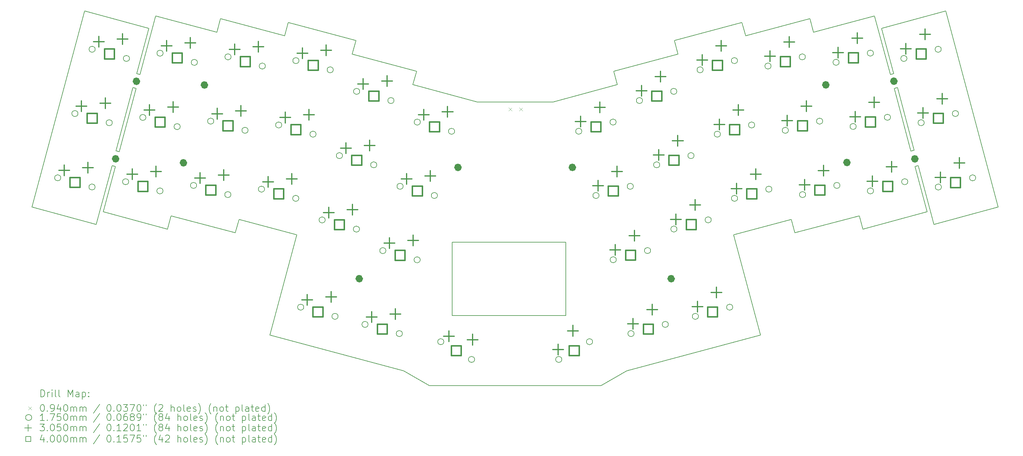
<source format=gbr>
%TF.GenerationSoftware,KiCad,Pcbnew,(6.0.8-1)-1*%
%TF.CreationDate,2022-11-12T18:35:00-05:00*%
%TF.ProjectId,ergo3by6plus3nonSplit,6572676f-3362-4793-9670-6c7573336e6f,rev?*%
%TF.SameCoordinates,Original*%
%TF.FileFunction,Drillmap*%
%TF.FilePolarity,Positive*%
%FSLAX45Y45*%
G04 Gerber Fmt 4.5, Leading zero omitted, Abs format (unit mm)*
G04 Created by KiCad (PCBNEW (6.0.8-1)-1) date 2022-11-12 18:35:00*
%MOMM*%
%LPD*%
G01*
G04 APERTURE LIST*
%ADD10C,0.200000*%
%ADD11C,1.075000*%
%ADD12C,0.093980*%
%ADD13C,0.175000*%
%ADD14C,0.305000*%
%ADD15C,0.400000*%
G04 APERTURE END LIST*
D10*
X2796612Y-11445172D02*
X957957Y-10952504D01*
X4047000Y-7159726D02*
X3953010Y-7134782D01*
D11*
X5342750Y-9684000D02*
G75*
G03*
X5342750Y-9684000I-53750J0D01*
G01*
X5942750Y-7456000D02*
G75*
G03*
X5942750Y-7456000I-53750J0D01*
G01*
X24324750Y-9675000D02*
G75*
G03*
X24324750Y-9675000I-53750J0D01*
G01*
X23721750Y-7453000D02*
G75*
G03*
X23721750Y-7453000I-53750J0D01*
G01*
D10*
X12976000Y-11954000D02*
X16227000Y-11954000D01*
X16227000Y-11954000D02*
X16227000Y-14055000D01*
X16227000Y-14055000D02*
X12976000Y-14055000D01*
X12976000Y-14055000D02*
X12976000Y-11954000D01*
X12322000Y-16062000D02*
X14172110Y-16062000D01*
X17239000Y-16062000D02*
X17975069Y-15640725D01*
X25608156Y-7134782D02*
X25514166Y-7159726D01*
X26196985Y-9323441D02*
X26103893Y-9348385D01*
X25623686Y-7556240D01*
X25716779Y-7531296D01*
X26196985Y-9323441D01*
X26220587Y-9787440D02*
X26313679Y-9762496D01*
X25514166Y-7159726D02*
X25064189Y-5477049D01*
X26313679Y-9762496D02*
X26764554Y-11445172D01*
X26569059Y-11088360D02*
X26220587Y-9787440D01*
X25608156Y-7134782D02*
X25259382Y-5833525D01*
X4496977Y-5477049D02*
X4047000Y-7159726D01*
X4301784Y-5833525D02*
X3953010Y-7134782D01*
X3937480Y-7556240D02*
X3452413Y-9366522D01*
X3359321Y-9341578D01*
X3844387Y-7531296D01*
X3937480Y-7556240D01*
X3340579Y-9787440D02*
X2992107Y-11088360D01*
X3247487Y-9762496D02*
X3340579Y-9787440D01*
X2796612Y-11445172D02*
X3247487Y-9762496D01*
D11*
X16470750Y-9815000D02*
G75*
G03*
X16470750Y-9815000I-53750J0D01*
G01*
D10*
X10223167Y-6182741D02*
X10119639Y-6569111D01*
X11856200Y-7448532D02*
X13696289Y-7941582D01*
X4832196Y-11581410D02*
X2992107Y-11088360D01*
X15864877Y-7941582D02*
X13696289Y-7941582D01*
X17601438Y-7062162D02*
X19441527Y-6569111D01*
X24728970Y-11581410D02*
X26569059Y-11088360D01*
X22785354Y-11688090D02*
X22681826Y-11301720D01*
X7761614Y-14615958D02*
X8531073Y-11744300D01*
D11*
X25669750Y-7347000D02*
G75*
G03*
X25669750Y-7347000I-53750J0D01*
G01*
D10*
X4832196Y-11581410D02*
X4934494Y-11199628D01*
D11*
X26268750Y-9572000D02*
G75*
G03*
X26268750Y-9572000I-53750J0D01*
G01*
D10*
X8291315Y-5665103D02*
X10223167Y-6182741D01*
X2461696Y-5340475D02*
X4301784Y-5833525D01*
D11*
X3997750Y-7350000D02*
G75*
G03*
X3997750Y-7350000I-53750J0D01*
G01*
D10*
X25064189Y-5477049D02*
X23316995Y-5944793D01*
X23213467Y-5558423D02*
X23316995Y-5944793D01*
X11959728Y-7062162D02*
X11856200Y-7448532D01*
X21799552Y-14615958D02*
X17975069Y-15640725D01*
X4934494Y-11199628D02*
X6775812Y-11688090D01*
D11*
X3402750Y-9570000D02*
G75*
G03*
X3402750Y-9570000I-53750J0D01*
G01*
D10*
X17601438Y-7062162D02*
X17704966Y-7448532D01*
X28603209Y-10952504D02*
X27099470Y-5340475D01*
X21269851Y-5665103D02*
X19337999Y-6182741D01*
X6775812Y-11688090D02*
X6879339Y-11301720D01*
X23213467Y-5558423D02*
X21373378Y-6051473D01*
X11959728Y-7062162D02*
X10119639Y-6569111D01*
D11*
X19296750Y-13002000D02*
G75*
G03*
X19296750Y-13002000I-53750J0D01*
G01*
D10*
X6347699Y-5558423D02*
X8187788Y-6051473D01*
X957957Y-10952504D02*
X2461696Y-5340475D01*
X26764554Y-11445172D02*
X28603209Y-10952504D01*
X14172110Y-16062000D02*
X17239000Y-16062000D01*
X21799552Y-14615958D02*
X21030093Y-11744300D01*
D11*
X10372750Y-13002000D02*
G75*
G03*
X10372750Y-13002000I-53750J0D01*
G01*
D10*
X24728970Y-11581410D02*
X24626672Y-11199628D01*
X8291315Y-5665103D02*
X8187788Y-6051473D01*
D11*
X13197750Y-9816000D02*
G75*
G03*
X13197750Y-9816000I-53750J0D01*
G01*
D10*
X21269851Y-5665103D02*
X21373378Y-6051473D01*
X11586097Y-15640725D02*
X12322000Y-16062000D01*
X21030093Y-11744300D02*
X22681826Y-11301720D01*
X19337999Y-6182741D02*
X19441527Y-6569111D01*
X27099470Y-5340475D02*
X25259382Y-5833525D01*
X7761614Y-14615958D02*
X11586097Y-15640725D01*
X4496977Y-5477049D02*
X6244171Y-5944793D01*
X24626672Y-11199628D02*
X22785354Y-11688090D01*
X8531073Y-11744300D02*
X6879339Y-11301720D01*
X6347699Y-5558423D02*
X6244171Y-5944793D01*
X17704966Y-7448532D02*
X15864877Y-7941582D01*
D12*
X14596010Y-8101200D02*
X14689990Y-8195180D01*
X14689990Y-8101200D02*
X14596010Y-8195180D01*
X14896010Y-8101200D02*
X14989990Y-8195180D01*
X14989990Y-8101200D02*
X14896010Y-8195180D01*
D13*
X1779310Y-10113520D02*
G75*
G03*
X1779310Y-10113520I-87500J0D01*
G01*
X2271810Y-8273520D02*
G75*
G03*
X2271810Y-8273520I-87500J0D01*
G01*
X2760690Y-10376480D02*
G75*
G03*
X2760690Y-10376480I-87500J0D01*
G01*
X2764107Y-6433416D02*
G75*
G03*
X2764107Y-6433416I-87500J0D01*
G01*
X3253190Y-8536480D02*
G75*
G03*
X3253190Y-8536480I-87500J0D01*
G01*
X3722810Y-10225520D02*
G75*
G03*
X3722810Y-10225520I-87500J0D01*
G01*
X3745487Y-6696376D02*
G75*
G03*
X3745487Y-6696376I-87500J0D01*
G01*
X4215087Y-8385475D02*
G75*
G03*
X4215087Y-8385475I-87500J0D01*
G01*
X4704190Y-10488480D02*
G75*
G03*
X4704190Y-10488480I-87500J0D01*
G01*
X4706810Y-6546020D02*
G75*
G03*
X4706810Y-6546020I-87500J0D01*
G01*
X5196468Y-8648435D02*
G75*
G03*
X5196468Y-8648435I-87500J0D01*
G01*
X5665810Y-10331520D02*
G75*
G03*
X5665810Y-10331520I-87500J0D01*
G01*
X5688190Y-6808980D02*
G75*
G03*
X5688190Y-6808980I-87500J0D01*
G01*
X6156810Y-8491020D02*
G75*
G03*
X6156810Y-8491020I-87500J0D01*
G01*
X6647190Y-10594480D02*
G75*
G03*
X6647190Y-10594480I-87500J0D01*
G01*
X6651810Y-6651020D02*
G75*
G03*
X6651810Y-6651020I-87500J0D01*
G01*
X7138190Y-8753980D02*
G75*
G03*
X7138190Y-8753980I-87500J0D01*
G01*
X7609310Y-10438520D02*
G75*
G03*
X7609310Y-10438520I-87500J0D01*
G01*
X7633190Y-6913980D02*
G75*
G03*
X7633190Y-6913980I-87500J0D01*
G01*
X8101810Y-8601020D02*
G75*
G03*
X8101810Y-8601020I-87500J0D01*
G01*
X8590690Y-10701480D02*
G75*
G03*
X8590690Y-10701480I-87500J0D01*
G01*
X8594310Y-6758520D02*
G75*
G03*
X8594310Y-6758520I-87500J0D01*
G01*
X8731810Y-13817520D02*
G75*
G03*
X8731810Y-13817520I-87500J0D01*
G01*
X9083190Y-8863980D02*
G75*
G03*
X9083190Y-8863980I-87500J0D01*
G01*
X9344810Y-11319520D02*
G75*
G03*
X9344810Y-11319520I-87500J0D01*
G01*
X9575690Y-7021480D02*
G75*
G03*
X9575690Y-7021480I-87500J0D01*
G01*
X9713190Y-14080480D02*
G75*
G03*
X9713190Y-14080480I-87500J0D01*
G01*
X9839310Y-9478520D02*
G75*
G03*
X9839310Y-9478520I-87500J0D01*
G01*
X10326190Y-11582480D02*
G75*
G03*
X10326190Y-11582480I-87500J0D01*
G01*
X10331810Y-7638520D02*
G75*
G03*
X10331810Y-7638520I-87500J0D01*
G01*
X10571810Y-14311020D02*
G75*
G03*
X10571810Y-14311020I-87500J0D01*
G01*
X10820690Y-9741480D02*
G75*
G03*
X10820690Y-9741480I-87500J0D01*
G01*
X11081810Y-12198520D02*
G75*
G03*
X11081810Y-12198520I-87500J0D01*
G01*
X11313190Y-7901480D02*
G75*
G03*
X11313190Y-7901480I-87500J0D01*
G01*
X11553190Y-14573980D02*
G75*
G03*
X11553190Y-14573980I-87500J0D01*
G01*
X11574810Y-10357520D02*
G75*
G03*
X11574810Y-10357520I-87500J0D01*
G01*
X12063190Y-12461480D02*
G75*
G03*
X12063190Y-12461480I-87500J0D01*
G01*
X12066810Y-8518520D02*
G75*
G03*
X12066810Y-8518520I-87500J0D01*
G01*
X12556190Y-10620480D02*
G75*
G03*
X12556190Y-10620480I-87500J0D01*
G01*
X12739559Y-14806000D02*
G75*
G03*
X12739559Y-14806000I-87500J0D01*
G01*
X13048190Y-8781480D02*
G75*
G03*
X13048190Y-8781480I-87500J0D01*
G01*
X13619441Y-15314000D02*
G75*
G03*
X13619441Y-15314000I-87500J0D01*
G01*
X16115559Y-15314000D02*
G75*
G03*
X16115559Y-15314000I-87500J0D01*
G01*
X16686810Y-8780480D02*
G75*
G03*
X16686810Y-8780480I-87500J0D01*
G01*
X16995441Y-14806000D02*
G75*
G03*
X16995441Y-14806000I-87500J0D01*
G01*
X17179810Y-10620480D02*
G75*
G03*
X17179810Y-10620480I-87500J0D01*
G01*
X17668190Y-8517520D02*
G75*
G03*
X17668190Y-8517520I-87500J0D01*
G01*
X17673810Y-12459480D02*
G75*
G03*
X17673810Y-12459480I-87500J0D01*
G01*
X18161190Y-10357520D02*
G75*
G03*
X18161190Y-10357520I-87500J0D01*
G01*
X18181810Y-14573480D02*
G75*
G03*
X18181810Y-14573480I-87500J0D01*
G01*
X18423810Y-7901480D02*
G75*
G03*
X18423810Y-7901480I-87500J0D01*
G01*
X18655190Y-12196520D02*
G75*
G03*
X18655190Y-12196520I-87500J0D01*
G01*
X18916810Y-9741480D02*
G75*
G03*
X18916810Y-9741480I-87500J0D01*
G01*
X19163190Y-14310520D02*
G75*
G03*
X19163190Y-14310520I-87500J0D01*
G01*
X19405190Y-7638520D02*
G75*
G03*
X19405190Y-7638520I-87500J0D01*
G01*
X19409310Y-11580480D02*
G75*
G03*
X19409310Y-11580480I-87500J0D01*
G01*
X19898190Y-9478520D02*
G75*
G03*
X19898190Y-9478520I-87500J0D01*
G01*
X20023810Y-14080480D02*
G75*
G03*
X20023810Y-14080480I-87500J0D01*
G01*
X20159310Y-7021480D02*
G75*
G03*
X20159310Y-7021480I-87500J0D01*
G01*
X20390690Y-11317520D02*
G75*
G03*
X20390690Y-11317520I-87500J0D01*
G01*
X20651810Y-8863980D02*
G75*
G03*
X20651810Y-8863980I-87500J0D01*
G01*
X21005190Y-13817520D02*
G75*
G03*
X21005190Y-13817520I-87500J0D01*
G01*
X21140690Y-6758520D02*
G75*
G03*
X21140690Y-6758520I-87500J0D01*
G01*
X21144310Y-10701480D02*
G75*
G03*
X21144310Y-10701480I-87500J0D01*
G01*
X21633190Y-8601020D02*
G75*
G03*
X21633190Y-8601020I-87500J0D01*
G01*
X22101810Y-6913980D02*
G75*
G03*
X22101810Y-6913980I-87500J0D01*
G01*
X22125690Y-10438520D02*
G75*
G03*
X22125690Y-10438520I-87500J0D01*
G01*
X22596810Y-8753980D02*
G75*
G03*
X22596810Y-8753980I-87500J0D01*
G01*
X23083190Y-6651020D02*
G75*
G03*
X23083190Y-6651020I-87500J0D01*
G01*
X23090810Y-10594480D02*
G75*
G03*
X23090810Y-10594480I-87500J0D01*
G01*
X23578190Y-8491020D02*
G75*
G03*
X23578190Y-8491020I-87500J0D01*
G01*
X24049310Y-6806480D02*
G75*
G03*
X24049310Y-6806480I-87500J0D01*
G01*
X24072190Y-10331520D02*
G75*
G03*
X24072190Y-10331520I-87500J0D01*
G01*
X24536810Y-8643980D02*
G75*
G03*
X24536810Y-8643980I-87500J0D01*
G01*
X25030690Y-6543520D02*
G75*
G03*
X25030690Y-6543520I-87500J0D01*
G01*
X25032810Y-10488480D02*
G75*
G03*
X25032810Y-10488480I-87500J0D01*
G01*
X25518190Y-8381020D02*
G75*
G03*
X25518190Y-8381020I-87500J0D01*
G01*
X25989310Y-6696480D02*
G75*
G03*
X25989310Y-6696480I-87500J0D01*
G01*
X26014190Y-10225520D02*
G75*
G03*
X26014190Y-10225520I-87500J0D01*
G01*
X26482810Y-8536480D02*
G75*
G03*
X26482810Y-8536480I-87500J0D01*
G01*
X26970690Y-6433520D02*
G75*
G03*
X26970690Y-6433520I-87500J0D01*
G01*
X26974810Y-10377480D02*
G75*
G03*
X26974810Y-10377480I-87500J0D01*
G01*
X27464190Y-8273520D02*
G75*
G03*
X27464190Y-8273520I-87500J0D01*
G01*
X27956190Y-10114520D02*
G75*
G03*
X27956190Y-10114520I-87500J0D01*
G01*
D14*
X1880222Y-9748545D02*
X1880222Y-10053545D01*
X1727722Y-9901045D02*
X2032722Y-9901045D01*
X2372722Y-7908545D02*
X2372722Y-8213545D01*
X2220222Y-8061045D02*
X2525222Y-8061045D01*
X2559325Y-9667550D02*
X2559325Y-9972550D01*
X2406825Y-9820050D02*
X2711825Y-9820050D01*
X2865019Y-6068441D02*
X2865019Y-6373441D01*
X2712519Y-6220941D02*
X3017519Y-6220941D01*
X3051825Y-7827550D02*
X3051825Y-8132550D01*
X2899325Y-7980050D02*
X3204325Y-7980050D01*
X3544122Y-5987446D02*
X3544122Y-6292446D01*
X3391622Y-6139946D02*
X3696622Y-6139946D01*
X3823722Y-9860545D02*
X3823722Y-10165545D01*
X3671222Y-10013045D02*
X3976222Y-10013045D01*
X4316000Y-8020500D02*
X4316000Y-8325500D01*
X4163500Y-8173000D02*
X4468500Y-8173000D01*
X4502825Y-9779550D02*
X4502825Y-10084550D01*
X4350325Y-9932050D02*
X4655325Y-9932050D01*
X4807722Y-6181045D02*
X4807722Y-6486045D01*
X4655222Y-6333545D02*
X4960222Y-6333545D01*
X4995103Y-7939505D02*
X4995103Y-8244505D01*
X4842603Y-8092005D02*
X5147603Y-8092005D01*
X5486825Y-6100050D02*
X5486825Y-6405050D01*
X5334325Y-6252550D02*
X5639325Y-6252550D01*
X5766722Y-9966545D02*
X5766722Y-10271545D01*
X5614222Y-10119045D02*
X5919222Y-10119045D01*
X6257722Y-8126045D02*
X6257722Y-8431045D01*
X6105222Y-8278545D02*
X6410222Y-8278545D01*
X6445825Y-9885550D02*
X6445825Y-10190550D01*
X6293325Y-10038050D02*
X6598325Y-10038050D01*
X6752722Y-6286045D02*
X6752722Y-6591045D01*
X6600222Y-6438545D02*
X6905222Y-6438545D01*
X6936825Y-8045050D02*
X6936825Y-8350050D01*
X6784325Y-8197550D02*
X7089325Y-8197550D01*
X7431825Y-6205050D02*
X7431825Y-6510050D01*
X7279325Y-6357550D02*
X7584325Y-6357550D01*
X7710222Y-10073545D02*
X7710222Y-10378545D01*
X7557722Y-10226045D02*
X7862722Y-10226045D01*
X8202722Y-8236045D02*
X8202722Y-8541045D01*
X8050222Y-8388545D02*
X8355222Y-8388545D01*
X8389325Y-9992550D02*
X8389325Y-10297550D01*
X8236825Y-10145050D02*
X8541825Y-10145050D01*
X8695222Y-6393545D02*
X8695222Y-6698545D01*
X8542722Y-6546045D02*
X8847722Y-6546045D01*
X8832722Y-13452545D02*
X8832722Y-13757545D01*
X8680222Y-13605045D02*
X8985222Y-13605045D01*
X8881825Y-8155050D02*
X8881825Y-8460050D01*
X8729325Y-8307550D02*
X9034325Y-8307550D01*
X9374325Y-6312550D02*
X9374325Y-6617550D01*
X9221825Y-6465050D02*
X9526825Y-6465050D01*
X9445722Y-10954545D02*
X9445722Y-11259545D01*
X9293222Y-11107045D02*
X9598222Y-11107045D01*
X9511825Y-13371550D02*
X9511825Y-13676550D01*
X9359325Y-13524050D02*
X9664325Y-13524050D01*
X9940222Y-9113545D02*
X9940222Y-9418545D01*
X9787722Y-9266045D02*
X10092722Y-9266045D01*
X10124825Y-10873550D02*
X10124825Y-11178550D01*
X9972325Y-11026050D02*
X10277325Y-11026050D01*
X10432722Y-7273545D02*
X10432722Y-7578545D01*
X10280222Y-7426045D02*
X10585222Y-7426045D01*
X10619325Y-9032550D02*
X10619325Y-9337550D01*
X10466825Y-9185050D02*
X10771825Y-9185050D01*
X10672722Y-13946045D02*
X10672722Y-14251045D01*
X10520222Y-14098545D02*
X10825222Y-14098545D01*
X11111825Y-7192550D02*
X11111825Y-7497550D01*
X10959325Y-7345050D02*
X11264325Y-7345050D01*
X11182722Y-11833545D02*
X11182722Y-12138545D01*
X11030222Y-11986045D02*
X11335222Y-11986045D01*
X11351825Y-13865050D02*
X11351825Y-14170050D01*
X11199325Y-14017550D02*
X11504325Y-14017550D01*
X11675722Y-9992545D02*
X11675722Y-10297545D01*
X11523222Y-10145045D02*
X11828222Y-10145045D01*
X11861825Y-11752550D02*
X11861825Y-12057550D01*
X11709325Y-11905050D02*
X12014325Y-11905050D01*
X12167722Y-8153545D02*
X12167722Y-8458545D01*
X12015222Y-8306045D02*
X12320222Y-8306045D01*
X12354825Y-9911550D02*
X12354825Y-10216550D01*
X12202325Y-10064050D02*
X12507325Y-10064050D01*
X12846825Y-8072550D02*
X12846825Y-8377550D01*
X12694325Y-8225050D02*
X12999325Y-8225050D01*
X12889044Y-14497029D02*
X12889044Y-14802029D01*
X12736544Y-14649529D02*
X13041544Y-14649529D01*
X13565970Y-14594559D02*
X13565970Y-14899559D01*
X13413470Y-14747059D02*
X13718470Y-14747059D01*
X16011044Y-14878029D02*
X16011044Y-15183029D01*
X15858544Y-15030529D02*
X16163544Y-15030529D01*
X16433970Y-14340559D02*
X16433970Y-14645559D01*
X16281470Y-14493059D02*
X16586470Y-14493059D01*
X16656242Y-8349765D02*
X16656242Y-8654765D01*
X16503742Y-8502265D02*
X16808742Y-8502265D01*
X17149242Y-10189765D02*
X17149242Y-10494765D01*
X16996742Y-10342265D02*
X17301742Y-10342265D01*
X17203865Y-7940070D02*
X17203865Y-8245070D01*
X17051365Y-8092570D02*
X17356365Y-8092570D01*
X17643242Y-12028765D02*
X17643242Y-12333765D01*
X17490742Y-12181265D02*
X17795742Y-12181265D01*
X17696865Y-9780070D02*
X17696865Y-10085070D01*
X17544365Y-9932570D02*
X17849365Y-9932570D01*
X18151242Y-14142765D02*
X18151242Y-14447765D01*
X17998742Y-14295265D02*
X18303742Y-14295265D01*
X18190865Y-11619070D02*
X18190865Y-11924070D01*
X18038365Y-11771570D02*
X18343365Y-11771570D01*
X18393242Y-7470765D02*
X18393242Y-7775765D01*
X18240742Y-7623265D02*
X18545742Y-7623265D01*
X18698865Y-13733070D02*
X18698865Y-14038070D01*
X18546365Y-13885570D02*
X18851365Y-13885570D01*
X18886242Y-9310765D02*
X18886242Y-9615765D01*
X18733742Y-9463265D02*
X19038742Y-9463265D01*
X18940865Y-7061070D02*
X18940865Y-7366070D01*
X18788365Y-7213570D02*
X19093365Y-7213570D01*
X19378742Y-11149765D02*
X19378742Y-11454765D01*
X19226242Y-11302265D02*
X19531242Y-11302265D01*
X19433865Y-8901070D02*
X19433865Y-9206070D01*
X19281365Y-9053570D02*
X19586365Y-9053570D01*
X19926365Y-10740070D02*
X19926365Y-11045070D01*
X19773865Y-10892570D02*
X20078865Y-10892570D01*
X19993242Y-13649765D02*
X19993242Y-13954765D01*
X19840742Y-13802265D02*
X20145742Y-13802265D01*
X20128742Y-6590765D02*
X20128742Y-6895765D01*
X19976242Y-6743265D02*
X20281242Y-6743265D01*
X20540865Y-13240070D02*
X20540865Y-13545070D01*
X20388365Y-13392570D02*
X20693365Y-13392570D01*
X20621242Y-8433265D02*
X20621242Y-8738265D01*
X20468742Y-8585765D02*
X20773742Y-8585765D01*
X20676365Y-6181070D02*
X20676365Y-6486070D01*
X20523865Y-6333570D02*
X20828865Y-6333570D01*
X21113742Y-10270765D02*
X21113742Y-10575765D01*
X20961242Y-10423265D02*
X21266242Y-10423265D01*
X21168865Y-8023570D02*
X21168865Y-8328570D01*
X21016365Y-8176070D02*
X21321365Y-8176070D01*
X21661365Y-9861070D02*
X21661365Y-10166070D01*
X21508865Y-10013570D02*
X21813865Y-10013570D01*
X22071242Y-6483265D02*
X22071242Y-6788265D01*
X21918742Y-6635765D02*
X22223742Y-6635765D01*
X22566242Y-8323265D02*
X22566242Y-8628265D01*
X22413742Y-8475765D02*
X22718742Y-8475765D01*
X22618865Y-6073570D02*
X22618865Y-6378570D01*
X22466365Y-6226070D02*
X22771365Y-6226070D01*
X23060242Y-10163765D02*
X23060242Y-10468765D01*
X22907742Y-10316265D02*
X23212742Y-10316265D01*
X23113865Y-7913570D02*
X23113865Y-8218570D01*
X22961365Y-8066070D02*
X23266365Y-8066070D01*
X23607865Y-9754070D02*
X23607865Y-10059070D01*
X23455365Y-9906570D02*
X23760365Y-9906570D01*
X24018742Y-6375765D02*
X24018742Y-6680765D01*
X23866242Y-6528265D02*
X24171242Y-6528265D01*
X24506242Y-8213265D02*
X24506242Y-8518265D01*
X24353742Y-8365765D02*
X24658742Y-8365765D01*
X24566365Y-5966070D02*
X24566365Y-6271070D01*
X24413865Y-6118570D02*
X24718865Y-6118570D01*
X25002242Y-10057765D02*
X25002242Y-10362765D01*
X24849742Y-10210265D02*
X25154742Y-10210265D01*
X25053865Y-7803570D02*
X25053865Y-8108570D01*
X24901365Y-7956070D02*
X25206365Y-7956070D01*
X25549865Y-9648070D02*
X25549865Y-9953070D01*
X25397365Y-9800570D02*
X25702365Y-9800570D01*
X25958742Y-6265765D02*
X25958742Y-6570765D01*
X25806242Y-6418265D02*
X26111242Y-6418265D01*
X26452242Y-8105765D02*
X26452242Y-8410765D01*
X26299742Y-8258265D02*
X26604742Y-8258265D01*
X26506365Y-5856070D02*
X26506365Y-6161070D01*
X26353865Y-6008570D02*
X26658865Y-6008570D01*
X26944242Y-9946765D02*
X26944242Y-10251765D01*
X26791742Y-10099265D02*
X27096742Y-10099265D01*
X26999865Y-7696070D02*
X26999865Y-8001070D01*
X26847365Y-7848570D02*
X27152365Y-7848570D01*
X27491865Y-9537070D02*
X27491865Y-9842070D01*
X27339365Y-9689570D02*
X27644365Y-9689570D01*
D15*
X2323923Y-10386423D02*
X2323923Y-10103577D01*
X2041077Y-10103577D01*
X2041077Y-10386423D01*
X2323923Y-10386423D01*
X2816423Y-8546423D02*
X2816423Y-8263577D01*
X2533577Y-8263577D01*
X2533577Y-8546423D01*
X2816423Y-8546423D01*
X3308719Y-6706319D02*
X3308719Y-6423473D01*
X3025874Y-6423473D01*
X3025874Y-6706319D01*
X3308719Y-6706319D01*
X4267423Y-10498423D02*
X4267423Y-10215577D01*
X3984577Y-10215577D01*
X3984577Y-10498423D01*
X4267423Y-10498423D01*
X4759700Y-8658378D02*
X4759700Y-8375532D01*
X4476855Y-8375532D01*
X4476855Y-8658378D01*
X4759700Y-8658378D01*
X5251423Y-6818923D02*
X5251423Y-6536077D01*
X4968577Y-6536077D01*
X4968577Y-6818923D01*
X5251423Y-6818923D01*
X6210423Y-10604423D02*
X6210423Y-10321577D01*
X5927577Y-10321577D01*
X5927577Y-10604423D01*
X6210423Y-10604423D01*
X6701423Y-8763923D02*
X6701423Y-8481077D01*
X6418577Y-8481077D01*
X6418577Y-8763923D01*
X6701423Y-8763923D01*
X7196423Y-6923923D02*
X7196423Y-6641077D01*
X6913577Y-6641077D01*
X6913577Y-6923923D01*
X7196423Y-6923923D01*
X8153923Y-10711423D02*
X8153923Y-10428577D01*
X7871077Y-10428577D01*
X7871077Y-10711423D01*
X8153923Y-10711423D01*
X8646423Y-8873923D02*
X8646423Y-8591077D01*
X8363577Y-8591077D01*
X8363577Y-8873923D01*
X8646423Y-8873923D01*
X9138923Y-7031423D02*
X9138923Y-6748577D01*
X8856077Y-6748577D01*
X8856077Y-7031423D01*
X9138923Y-7031423D01*
X9276423Y-14090423D02*
X9276423Y-13807577D01*
X8993577Y-13807577D01*
X8993577Y-14090423D01*
X9276423Y-14090423D01*
X9889423Y-11592423D02*
X9889423Y-11309577D01*
X9606577Y-11309577D01*
X9606577Y-11592423D01*
X9889423Y-11592423D01*
X10383923Y-9751423D02*
X10383923Y-9468577D01*
X10101077Y-9468577D01*
X10101077Y-9751423D01*
X10383923Y-9751423D01*
X10876423Y-7911423D02*
X10876423Y-7628577D01*
X10593577Y-7628577D01*
X10593577Y-7911423D01*
X10876423Y-7911423D01*
X11116423Y-14583923D02*
X11116423Y-14301077D01*
X10833577Y-14301077D01*
X10833577Y-14583923D01*
X11116423Y-14583923D01*
X11626423Y-12471423D02*
X11626423Y-12188577D01*
X11343577Y-12188577D01*
X11343577Y-12471423D01*
X11626423Y-12471423D01*
X12119423Y-10630423D02*
X12119423Y-10347577D01*
X11836577Y-10347577D01*
X11836577Y-10630423D01*
X12119423Y-10630423D01*
X12611423Y-8791423D02*
X12611423Y-8508577D01*
X12328577Y-8508577D01*
X12328577Y-8791423D01*
X12611423Y-8791423D01*
X13233423Y-15201423D02*
X13233423Y-14918577D01*
X12950577Y-14918577D01*
X12950577Y-15201423D01*
X13233423Y-15201423D01*
X16609423Y-15201423D02*
X16609423Y-14918577D01*
X16326577Y-14918577D01*
X16326577Y-15201423D01*
X16609423Y-15201423D01*
X17231423Y-8790423D02*
X17231423Y-8507577D01*
X16948577Y-8507577D01*
X16948577Y-8790423D01*
X17231423Y-8790423D01*
X17724423Y-10630423D02*
X17724423Y-10347577D01*
X17441577Y-10347577D01*
X17441577Y-10630423D01*
X17724423Y-10630423D01*
X18218423Y-12469423D02*
X18218423Y-12186577D01*
X17935577Y-12186577D01*
X17935577Y-12469423D01*
X18218423Y-12469423D01*
X18726423Y-14583423D02*
X18726423Y-14300577D01*
X18443577Y-14300577D01*
X18443577Y-14583423D01*
X18726423Y-14583423D01*
X18968423Y-7911423D02*
X18968423Y-7628577D01*
X18685577Y-7628577D01*
X18685577Y-7911423D01*
X18968423Y-7911423D01*
X19461423Y-9751423D02*
X19461423Y-9468577D01*
X19178577Y-9468577D01*
X19178577Y-9751423D01*
X19461423Y-9751423D01*
X19953923Y-11590423D02*
X19953923Y-11307577D01*
X19671077Y-11307577D01*
X19671077Y-11590423D01*
X19953923Y-11590423D01*
X20568423Y-14090423D02*
X20568423Y-13807577D01*
X20285577Y-13807577D01*
X20285577Y-14090423D01*
X20568423Y-14090423D01*
X20703923Y-7031423D02*
X20703923Y-6748577D01*
X20421077Y-6748577D01*
X20421077Y-7031423D01*
X20703923Y-7031423D01*
X21196423Y-8873923D02*
X21196423Y-8591077D01*
X20913577Y-8591077D01*
X20913577Y-8873923D01*
X21196423Y-8873923D01*
X21688923Y-10711423D02*
X21688923Y-10428577D01*
X21406077Y-10428577D01*
X21406077Y-10711423D01*
X21688923Y-10711423D01*
X22646423Y-6923923D02*
X22646423Y-6641077D01*
X22363577Y-6641077D01*
X22363577Y-6923923D01*
X22646423Y-6923923D01*
X23141423Y-8763923D02*
X23141423Y-8481077D01*
X22858577Y-8481077D01*
X22858577Y-8763923D01*
X23141423Y-8763923D01*
X23635423Y-10604423D02*
X23635423Y-10321577D01*
X23352577Y-10321577D01*
X23352577Y-10604423D01*
X23635423Y-10604423D01*
X24593923Y-6816423D02*
X24593923Y-6533577D01*
X24311077Y-6533577D01*
X24311077Y-6816423D01*
X24593923Y-6816423D01*
X25081423Y-8653923D02*
X25081423Y-8371077D01*
X24798577Y-8371077D01*
X24798577Y-8653923D01*
X25081423Y-8653923D01*
X25577423Y-10498423D02*
X25577423Y-10215577D01*
X25294577Y-10215577D01*
X25294577Y-10498423D01*
X25577423Y-10498423D01*
X26533923Y-6706423D02*
X26533923Y-6423577D01*
X26251077Y-6423577D01*
X26251077Y-6706423D01*
X26533923Y-6706423D01*
X27027423Y-8546423D02*
X27027423Y-8263577D01*
X26744577Y-8263577D01*
X26744577Y-8546423D01*
X27027423Y-8546423D01*
X27519423Y-10387423D02*
X27519423Y-10104577D01*
X27236577Y-10104577D01*
X27236577Y-10387423D01*
X27519423Y-10387423D01*
D10*
X1205576Y-16382476D02*
X1205576Y-16182476D01*
X1253195Y-16182476D01*
X1281767Y-16192000D01*
X1300814Y-16211048D01*
X1310338Y-16230095D01*
X1319862Y-16268190D01*
X1319862Y-16296762D01*
X1310338Y-16334857D01*
X1300814Y-16353905D01*
X1281767Y-16372952D01*
X1253195Y-16382476D01*
X1205576Y-16382476D01*
X1405576Y-16382476D02*
X1405576Y-16249143D01*
X1405576Y-16287238D02*
X1415100Y-16268190D01*
X1424624Y-16258667D01*
X1443671Y-16249143D01*
X1462719Y-16249143D01*
X1529385Y-16382476D02*
X1529385Y-16249143D01*
X1529385Y-16182476D02*
X1519862Y-16192000D01*
X1529385Y-16201524D01*
X1538909Y-16192000D01*
X1529385Y-16182476D01*
X1529385Y-16201524D01*
X1653195Y-16382476D02*
X1634147Y-16372952D01*
X1624624Y-16353905D01*
X1624624Y-16182476D01*
X1757957Y-16382476D02*
X1738909Y-16372952D01*
X1729385Y-16353905D01*
X1729385Y-16182476D01*
X1986528Y-16382476D02*
X1986528Y-16182476D01*
X2053195Y-16325333D01*
X2119862Y-16182476D01*
X2119862Y-16382476D01*
X2300814Y-16382476D02*
X2300814Y-16277714D01*
X2291290Y-16258667D01*
X2272243Y-16249143D01*
X2234147Y-16249143D01*
X2215100Y-16258667D01*
X2300814Y-16372952D02*
X2281767Y-16382476D01*
X2234147Y-16382476D01*
X2215100Y-16372952D01*
X2205576Y-16353905D01*
X2205576Y-16334857D01*
X2215100Y-16315809D01*
X2234147Y-16306286D01*
X2281767Y-16306286D01*
X2300814Y-16296762D01*
X2396052Y-16249143D02*
X2396052Y-16449143D01*
X2396052Y-16258667D02*
X2415100Y-16249143D01*
X2453195Y-16249143D01*
X2472243Y-16258667D01*
X2481767Y-16268190D01*
X2491290Y-16287238D01*
X2491290Y-16344381D01*
X2481767Y-16363428D01*
X2472243Y-16372952D01*
X2453195Y-16382476D01*
X2415100Y-16382476D01*
X2396052Y-16372952D01*
X2577005Y-16363428D02*
X2586528Y-16372952D01*
X2577005Y-16382476D01*
X2567481Y-16372952D01*
X2577005Y-16363428D01*
X2577005Y-16382476D01*
X2577005Y-16258667D02*
X2586528Y-16268190D01*
X2577005Y-16277714D01*
X2567481Y-16268190D01*
X2577005Y-16258667D01*
X2577005Y-16277714D01*
D12*
X853977Y-16665010D02*
X947957Y-16758990D01*
X947957Y-16665010D02*
X853977Y-16758990D01*
D10*
X1243671Y-16602476D02*
X1262719Y-16602476D01*
X1281767Y-16612000D01*
X1291290Y-16621524D01*
X1300814Y-16640571D01*
X1310338Y-16678667D01*
X1310338Y-16726286D01*
X1300814Y-16764381D01*
X1291290Y-16783429D01*
X1281767Y-16792952D01*
X1262719Y-16802476D01*
X1243671Y-16802476D01*
X1224624Y-16792952D01*
X1215100Y-16783429D01*
X1205576Y-16764381D01*
X1196052Y-16726286D01*
X1196052Y-16678667D01*
X1205576Y-16640571D01*
X1215100Y-16621524D01*
X1224624Y-16612000D01*
X1243671Y-16602476D01*
X1396052Y-16783429D02*
X1405576Y-16792952D01*
X1396052Y-16802476D01*
X1386528Y-16792952D01*
X1396052Y-16783429D01*
X1396052Y-16802476D01*
X1500814Y-16802476D02*
X1538909Y-16802476D01*
X1557957Y-16792952D01*
X1567481Y-16783429D01*
X1586528Y-16754857D01*
X1596052Y-16716762D01*
X1596052Y-16640571D01*
X1586528Y-16621524D01*
X1577005Y-16612000D01*
X1557957Y-16602476D01*
X1519862Y-16602476D01*
X1500814Y-16612000D01*
X1491290Y-16621524D01*
X1481766Y-16640571D01*
X1481766Y-16688190D01*
X1491290Y-16707238D01*
X1500814Y-16716762D01*
X1519862Y-16726286D01*
X1557957Y-16726286D01*
X1577005Y-16716762D01*
X1586528Y-16707238D01*
X1596052Y-16688190D01*
X1767481Y-16669143D02*
X1767481Y-16802476D01*
X1719862Y-16592952D02*
X1672243Y-16735809D01*
X1796052Y-16735809D01*
X1910338Y-16602476D02*
X1929385Y-16602476D01*
X1948433Y-16612000D01*
X1957957Y-16621524D01*
X1967481Y-16640571D01*
X1977005Y-16678667D01*
X1977005Y-16726286D01*
X1967481Y-16764381D01*
X1957957Y-16783429D01*
X1948433Y-16792952D01*
X1929385Y-16802476D01*
X1910338Y-16802476D01*
X1891290Y-16792952D01*
X1881766Y-16783429D01*
X1872243Y-16764381D01*
X1862719Y-16726286D01*
X1862719Y-16678667D01*
X1872243Y-16640571D01*
X1881766Y-16621524D01*
X1891290Y-16612000D01*
X1910338Y-16602476D01*
X2062719Y-16802476D02*
X2062719Y-16669143D01*
X2062719Y-16688190D02*
X2072243Y-16678667D01*
X2091290Y-16669143D01*
X2119862Y-16669143D01*
X2138909Y-16678667D01*
X2148433Y-16697714D01*
X2148433Y-16802476D01*
X2148433Y-16697714D02*
X2157957Y-16678667D01*
X2177005Y-16669143D01*
X2205576Y-16669143D01*
X2224624Y-16678667D01*
X2234147Y-16697714D01*
X2234147Y-16802476D01*
X2329386Y-16802476D02*
X2329386Y-16669143D01*
X2329386Y-16688190D02*
X2338909Y-16678667D01*
X2357957Y-16669143D01*
X2386528Y-16669143D01*
X2405576Y-16678667D01*
X2415100Y-16697714D01*
X2415100Y-16802476D01*
X2415100Y-16697714D02*
X2424624Y-16678667D01*
X2443671Y-16669143D01*
X2472243Y-16669143D01*
X2491290Y-16678667D01*
X2500814Y-16697714D01*
X2500814Y-16802476D01*
X2891290Y-16592952D02*
X2719862Y-16850095D01*
X3148433Y-16602476D02*
X3167481Y-16602476D01*
X3186528Y-16612000D01*
X3196052Y-16621524D01*
X3205576Y-16640571D01*
X3215100Y-16678667D01*
X3215100Y-16726286D01*
X3205576Y-16764381D01*
X3196052Y-16783429D01*
X3186528Y-16792952D01*
X3167481Y-16802476D01*
X3148433Y-16802476D01*
X3129385Y-16792952D01*
X3119862Y-16783429D01*
X3110338Y-16764381D01*
X3100814Y-16726286D01*
X3100814Y-16678667D01*
X3110338Y-16640571D01*
X3119862Y-16621524D01*
X3129385Y-16612000D01*
X3148433Y-16602476D01*
X3300814Y-16783429D02*
X3310338Y-16792952D01*
X3300814Y-16802476D01*
X3291290Y-16792952D01*
X3300814Y-16783429D01*
X3300814Y-16802476D01*
X3434147Y-16602476D02*
X3453195Y-16602476D01*
X3472243Y-16612000D01*
X3481766Y-16621524D01*
X3491290Y-16640571D01*
X3500814Y-16678667D01*
X3500814Y-16726286D01*
X3491290Y-16764381D01*
X3481766Y-16783429D01*
X3472243Y-16792952D01*
X3453195Y-16802476D01*
X3434147Y-16802476D01*
X3415100Y-16792952D01*
X3405576Y-16783429D01*
X3396052Y-16764381D01*
X3386528Y-16726286D01*
X3386528Y-16678667D01*
X3396052Y-16640571D01*
X3405576Y-16621524D01*
X3415100Y-16612000D01*
X3434147Y-16602476D01*
X3567481Y-16602476D02*
X3691290Y-16602476D01*
X3624624Y-16678667D01*
X3653195Y-16678667D01*
X3672243Y-16688190D01*
X3681766Y-16697714D01*
X3691290Y-16716762D01*
X3691290Y-16764381D01*
X3681766Y-16783429D01*
X3672243Y-16792952D01*
X3653195Y-16802476D01*
X3596052Y-16802476D01*
X3577005Y-16792952D01*
X3567481Y-16783429D01*
X3757957Y-16602476D02*
X3891290Y-16602476D01*
X3805576Y-16802476D01*
X4005576Y-16602476D02*
X4024624Y-16602476D01*
X4043671Y-16612000D01*
X4053195Y-16621524D01*
X4062719Y-16640571D01*
X4072243Y-16678667D01*
X4072243Y-16726286D01*
X4062719Y-16764381D01*
X4053195Y-16783429D01*
X4043671Y-16792952D01*
X4024624Y-16802476D01*
X4005576Y-16802476D01*
X3986528Y-16792952D01*
X3977005Y-16783429D01*
X3967481Y-16764381D01*
X3957957Y-16726286D01*
X3957957Y-16678667D01*
X3967481Y-16640571D01*
X3977005Y-16621524D01*
X3986528Y-16612000D01*
X4005576Y-16602476D01*
X4148433Y-16602476D02*
X4148433Y-16640571D01*
X4224624Y-16602476D02*
X4224624Y-16640571D01*
X4519862Y-16878667D02*
X4510338Y-16869143D01*
X4491290Y-16840571D01*
X4481767Y-16821524D01*
X4472243Y-16792952D01*
X4462719Y-16745333D01*
X4462719Y-16707238D01*
X4472243Y-16659619D01*
X4481767Y-16631048D01*
X4491290Y-16612000D01*
X4510338Y-16583428D01*
X4519862Y-16573905D01*
X4586528Y-16621524D02*
X4596052Y-16612000D01*
X4615100Y-16602476D01*
X4662719Y-16602476D01*
X4681767Y-16612000D01*
X4691290Y-16621524D01*
X4700814Y-16640571D01*
X4700814Y-16659619D01*
X4691290Y-16688190D01*
X4577005Y-16802476D01*
X4700814Y-16802476D01*
X4938909Y-16802476D02*
X4938909Y-16602476D01*
X5024624Y-16802476D02*
X5024624Y-16697714D01*
X5015100Y-16678667D01*
X4996052Y-16669143D01*
X4967481Y-16669143D01*
X4948433Y-16678667D01*
X4938909Y-16688190D01*
X5148433Y-16802476D02*
X5129386Y-16792952D01*
X5119862Y-16783429D01*
X5110338Y-16764381D01*
X5110338Y-16707238D01*
X5119862Y-16688190D01*
X5129386Y-16678667D01*
X5148433Y-16669143D01*
X5177005Y-16669143D01*
X5196052Y-16678667D01*
X5205576Y-16688190D01*
X5215100Y-16707238D01*
X5215100Y-16764381D01*
X5205576Y-16783429D01*
X5196052Y-16792952D01*
X5177005Y-16802476D01*
X5148433Y-16802476D01*
X5329386Y-16802476D02*
X5310338Y-16792952D01*
X5300814Y-16773905D01*
X5300814Y-16602476D01*
X5481767Y-16792952D02*
X5462719Y-16802476D01*
X5424624Y-16802476D01*
X5405576Y-16792952D01*
X5396052Y-16773905D01*
X5396052Y-16697714D01*
X5405576Y-16678667D01*
X5424624Y-16669143D01*
X5462719Y-16669143D01*
X5481767Y-16678667D01*
X5491290Y-16697714D01*
X5491290Y-16716762D01*
X5396052Y-16735809D01*
X5567481Y-16792952D02*
X5586528Y-16802476D01*
X5624624Y-16802476D01*
X5643671Y-16792952D01*
X5653195Y-16773905D01*
X5653195Y-16764381D01*
X5643671Y-16745333D01*
X5624624Y-16735809D01*
X5596052Y-16735809D01*
X5577005Y-16726286D01*
X5567481Y-16707238D01*
X5567481Y-16697714D01*
X5577005Y-16678667D01*
X5596052Y-16669143D01*
X5624624Y-16669143D01*
X5643671Y-16678667D01*
X5719862Y-16878667D02*
X5729385Y-16869143D01*
X5748433Y-16840571D01*
X5757957Y-16821524D01*
X5767481Y-16792952D01*
X5777005Y-16745333D01*
X5777005Y-16707238D01*
X5767481Y-16659619D01*
X5757957Y-16631048D01*
X5748433Y-16612000D01*
X5729385Y-16583428D01*
X5719862Y-16573905D01*
X6081766Y-16878667D02*
X6072243Y-16869143D01*
X6053195Y-16840571D01*
X6043671Y-16821524D01*
X6034147Y-16792952D01*
X6024624Y-16745333D01*
X6024624Y-16707238D01*
X6034147Y-16659619D01*
X6043671Y-16631048D01*
X6053195Y-16612000D01*
X6072243Y-16583428D01*
X6081766Y-16573905D01*
X6157957Y-16669143D02*
X6157957Y-16802476D01*
X6157957Y-16688190D02*
X6167481Y-16678667D01*
X6186528Y-16669143D01*
X6215100Y-16669143D01*
X6234147Y-16678667D01*
X6243671Y-16697714D01*
X6243671Y-16802476D01*
X6367481Y-16802476D02*
X6348433Y-16792952D01*
X6338909Y-16783429D01*
X6329385Y-16764381D01*
X6329385Y-16707238D01*
X6338909Y-16688190D01*
X6348433Y-16678667D01*
X6367481Y-16669143D01*
X6396052Y-16669143D01*
X6415100Y-16678667D01*
X6424624Y-16688190D01*
X6434147Y-16707238D01*
X6434147Y-16764381D01*
X6424624Y-16783429D01*
X6415100Y-16792952D01*
X6396052Y-16802476D01*
X6367481Y-16802476D01*
X6491290Y-16669143D02*
X6567481Y-16669143D01*
X6519862Y-16602476D02*
X6519862Y-16773905D01*
X6529385Y-16792952D01*
X6548433Y-16802476D01*
X6567481Y-16802476D01*
X6786528Y-16669143D02*
X6786528Y-16869143D01*
X6786528Y-16678667D02*
X6805576Y-16669143D01*
X6843671Y-16669143D01*
X6862719Y-16678667D01*
X6872243Y-16688190D01*
X6881766Y-16707238D01*
X6881766Y-16764381D01*
X6872243Y-16783429D01*
X6862719Y-16792952D01*
X6843671Y-16802476D01*
X6805576Y-16802476D01*
X6786528Y-16792952D01*
X6996052Y-16802476D02*
X6977005Y-16792952D01*
X6967481Y-16773905D01*
X6967481Y-16602476D01*
X7157957Y-16802476D02*
X7157957Y-16697714D01*
X7148433Y-16678667D01*
X7129385Y-16669143D01*
X7091290Y-16669143D01*
X7072243Y-16678667D01*
X7157957Y-16792952D02*
X7138909Y-16802476D01*
X7091290Y-16802476D01*
X7072243Y-16792952D01*
X7062719Y-16773905D01*
X7062719Y-16754857D01*
X7072243Y-16735809D01*
X7091290Y-16726286D01*
X7138909Y-16726286D01*
X7157957Y-16716762D01*
X7224624Y-16669143D02*
X7300814Y-16669143D01*
X7253195Y-16602476D02*
X7253195Y-16773905D01*
X7262719Y-16792952D01*
X7281766Y-16802476D01*
X7300814Y-16802476D01*
X7443671Y-16792952D02*
X7424624Y-16802476D01*
X7386528Y-16802476D01*
X7367481Y-16792952D01*
X7357957Y-16773905D01*
X7357957Y-16697714D01*
X7367481Y-16678667D01*
X7386528Y-16669143D01*
X7424624Y-16669143D01*
X7443671Y-16678667D01*
X7453195Y-16697714D01*
X7453195Y-16716762D01*
X7357957Y-16735809D01*
X7624624Y-16802476D02*
X7624624Y-16602476D01*
X7624624Y-16792952D02*
X7605576Y-16802476D01*
X7567481Y-16802476D01*
X7548433Y-16792952D01*
X7538909Y-16783429D01*
X7529385Y-16764381D01*
X7529385Y-16707238D01*
X7538909Y-16688190D01*
X7548433Y-16678667D01*
X7567481Y-16669143D01*
X7605576Y-16669143D01*
X7624624Y-16678667D01*
X7700814Y-16878667D02*
X7710338Y-16869143D01*
X7729385Y-16840571D01*
X7738909Y-16821524D01*
X7748433Y-16792952D01*
X7757957Y-16745333D01*
X7757957Y-16707238D01*
X7748433Y-16659619D01*
X7738909Y-16631048D01*
X7729385Y-16612000D01*
X7710338Y-16583428D01*
X7700814Y-16573905D01*
D13*
X947957Y-16976000D02*
G75*
G03*
X947957Y-16976000I-87500J0D01*
G01*
D10*
X1310338Y-17066476D02*
X1196052Y-17066476D01*
X1253195Y-17066476D02*
X1253195Y-16866476D01*
X1234147Y-16895048D01*
X1215100Y-16914095D01*
X1196052Y-16923619D01*
X1396052Y-17047429D02*
X1405576Y-17056952D01*
X1396052Y-17066476D01*
X1386528Y-17056952D01*
X1396052Y-17047429D01*
X1396052Y-17066476D01*
X1472243Y-16866476D02*
X1605576Y-16866476D01*
X1519862Y-17066476D01*
X1777005Y-16866476D02*
X1681766Y-16866476D01*
X1672243Y-16961714D01*
X1681766Y-16952190D01*
X1700814Y-16942667D01*
X1748433Y-16942667D01*
X1767481Y-16952190D01*
X1777005Y-16961714D01*
X1786528Y-16980762D01*
X1786528Y-17028381D01*
X1777005Y-17047429D01*
X1767481Y-17056952D01*
X1748433Y-17066476D01*
X1700814Y-17066476D01*
X1681766Y-17056952D01*
X1672243Y-17047429D01*
X1910338Y-16866476D02*
X1929385Y-16866476D01*
X1948433Y-16876000D01*
X1957957Y-16885524D01*
X1967481Y-16904571D01*
X1977005Y-16942667D01*
X1977005Y-16990286D01*
X1967481Y-17028381D01*
X1957957Y-17047429D01*
X1948433Y-17056952D01*
X1929385Y-17066476D01*
X1910338Y-17066476D01*
X1891290Y-17056952D01*
X1881766Y-17047429D01*
X1872243Y-17028381D01*
X1862719Y-16990286D01*
X1862719Y-16942667D01*
X1872243Y-16904571D01*
X1881766Y-16885524D01*
X1891290Y-16876000D01*
X1910338Y-16866476D01*
X2062719Y-17066476D02*
X2062719Y-16933143D01*
X2062719Y-16952190D02*
X2072243Y-16942667D01*
X2091290Y-16933143D01*
X2119862Y-16933143D01*
X2138909Y-16942667D01*
X2148433Y-16961714D01*
X2148433Y-17066476D01*
X2148433Y-16961714D02*
X2157957Y-16942667D01*
X2177005Y-16933143D01*
X2205576Y-16933143D01*
X2224624Y-16942667D01*
X2234147Y-16961714D01*
X2234147Y-17066476D01*
X2329386Y-17066476D02*
X2329386Y-16933143D01*
X2329386Y-16952190D02*
X2338909Y-16942667D01*
X2357957Y-16933143D01*
X2386528Y-16933143D01*
X2405576Y-16942667D01*
X2415100Y-16961714D01*
X2415100Y-17066476D01*
X2415100Y-16961714D02*
X2424624Y-16942667D01*
X2443671Y-16933143D01*
X2472243Y-16933143D01*
X2491290Y-16942667D01*
X2500814Y-16961714D01*
X2500814Y-17066476D01*
X2891290Y-16856952D02*
X2719862Y-17114095D01*
X3148433Y-16866476D02*
X3167481Y-16866476D01*
X3186528Y-16876000D01*
X3196052Y-16885524D01*
X3205576Y-16904571D01*
X3215100Y-16942667D01*
X3215100Y-16990286D01*
X3205576Y-17028381D01*
X3196052Y-17047429D01*
X3186528Y-17056952D01*
X3167481Y-17066476D01*
X3148433Y-17066476D01*
X3129385Y-17056952D01*
X3119862Y-17047429D01*
X3110338Y-17028381D01*
X3100814Y-16990286D01*
X3100814Y-16942667D01*
X3110338Y-16904571D01*
X3119862Y-16885524D01*
X3129385Y-16876000D01*
X3148433Y-16866476D01*
X3300814Y-17047429D02*
X3310338Y-17056952D01*
X3300814Y-17066476D01*
X3291290Y-17056952D01*
X3300814Y-17047429D01*
X3300814Y-17066476D01*
X3434147Y-16866476D02*
X3453195Y-16866476D01*
X3472243Y-16876000D01*
X3481766Y-16885524D01*
X3491290Y-16904571D01*
X3500814Y-16942667D01*
X3500814Y-16990286D01*
X3491290Y-17028381D01*
X3481766Y-17047429D01*
X3472243Y-17056952D01*
X3453195Y-17066476D01*
X3434147Y-17066476D01*
X3415100Y-17056952D01*
X3405576Y-17047429D01*
X3396052Y-17028381D01*
X3386528Y-16990286D01*
X3386528Y-16942667D01*
X3396052Y-16904571D01*
X3405576Y-16885524D01*
X3415100Y-16876000D01*
X3434147Y-16866476D01*
X3672243Y-16866476D02*
X3634147Y-16866476D01*
X3615100Y-16876000D01*
X3605576Y-16885524D01*
X3586528Y-16914095D01*
X3577005Y-16952190D01*
X3577005Y-17028381D01*
X3586528Y-17047429D01*
X3596052Y-17056952D01*
X3615100Y-17066476D01*
X3653195Y-17066476D01*
X3672243Y-17056952D01*
X3681766Y-17047429D01*
X3691290Y-17028381D01*
X3691290Y-16980762D01*
X3681766Y-16961714D01*
X3672243Y-16952190D01*
X3653195Y-16942667D01*
X3615100Y-16942667D01*
X3596052Y-16952190D01*
X3586528Y-16961714D01*
X3577005Y-16980762D01*
X3805576Y-16952190D02*
X3786528Y-16942667D01*
X3777005Y-16933143D01*
X3767481Y-16914095D01*
X3767481Y-16904571D01*
X3777005Y-16885524D01*
X3786528Y-16876000D01*
X3805576Y-16866476D01*
X3843671Y-16866476D01*
X3862719Y-16876000D01*
X3872243Y-16885524D01*
X3881766Y-16904571D01*
X3881766Y-16914095D01*
X3872243Y-16933143D01*
X3862719Y-16942667D01*
X3843671Y-16952190D01*
X3805576Y-16952190D01*
X3786528Y-16961714D01*
X3777005Y-16971238D01*
X3767481Y-16990286D01*
X3767481Y-17028381D01*
X3777005Y-17047429D01*
X3786528Y-17056952D01*
X3805576Y-17066476D01*
X3843671Y-17066476D01*
X3862719Y-17056952D01*
X3872243Y-17047429D01*
X3881766Y-17028381D01*
X3881766Y-16990286D01*
X3872243Y-16971238D01*
X3862719Y-16961714D01*
X3843671Y-16952190D01*
X3977005Y-17066476D02*
X4015100Y-17066476D01*
X4034147Y-17056952D01*
X4043671Y-17047429D01*
X4062719Y-17018857D01*
X4072243Y-16980762D01*
X4072243Y-16904571D01*
X4062719Y-16885524D01*
X4053195Y-16876000D01*
X4034147Y-16866476D01*
X3996052Y-16866476D01*
X3977005Y-16876000D01*
X3967481Y-16885524D01*
X3957957Y-16904571D01*
X3957957Y-16952190D01*
X3967481Y-16971238D01*
X3977005Y-16980762D01*
X3996052Y-16990286D01*
X4034147Y-16990286D01*
X4053195Y-16980762D01*
X4062719Y-16971238D01*
X4072243Y-16952190D01*
X4148433Y-16866476D02*
X4148433Y-16904571D01*
X4224624Y-16866476D02*
X4224624Y-16904571D01*
X4519862Y-17142667D02*
X4510338Y-17133143D01*
X4491290Y-17104571D01*
X4481767Y-17085524D01*
X4472243Y-17056952D01*
X4462719Y-17009333D01*
X4462719Y-16971238D01*
X4472243Y-16923619D01*
X4481767Y-16895048D01*
X4491290Y-16876000D01*
X4510338Y-16847429D01*
X4519862Y-16837905D01*
X4624624Y-16952190D02*
X4605576Y-16942667D01*
X4596052Y-16933143D01*
X4586528Y-16914095D01*
X4586528Y-16904571D01*
X4596052Y-16885524D01*
X4605576Y-16876000D01*
X4624624Y-16866476D01*
X4662719Y-16866476D01*
X4681767Y-16876000D01*
X4691290Y-16885524D01*
X4700814Y-16904571D01*
X4700814Y-16914095D01*
X4691290Y-16933143D01*
X4681767Y-16942667D01*
X4662719Y-16952190D01*
X4624624Y-16952190D01*
X4605576Y-16961714D01*
X4596052Y-16971238D01*
X4586528Y-16990286D01*
X4586528Y-17028381D01*
X4596052Y-17047429D01*
X4605576Y-17056952D01*
X4624624Y-17066476D01*
X4662719Y-17066476D01*
X4681767Y-17056952D01*
X4691290Y-17047429D01*
X4700814Y-17028381D01*
X4700814Y-16990286D01*
X4691290Y-16971238D01*
X4681767Y-16961714D01*
X4662719Y-16952190D01*
X4872243Y-16933143D02*
X4872243Y-17066476D01*
X4824624Y-16856952D02*
X4777005Y-16999810D01*
X4900814Y-16999810D01*
X5129386Y-17066476D02*
X5129386Y-16866476D01*
X5215100Y-17066476D02*
X5215100Y-16961714D01*
X5205576Y-16942667D01*
X5186528Y-16933143D01*
X5157957Y-16933143D01*
X5138909Y-16942667D01*
X5129386Y-16952190D01*
X5338909Y-17066476D02*
X5319862Y-17056952D01*
X5310338Y-17047429D01*
X5300814Y-17028381D01*
X5300814Y-16971238D01*
X5310338Y-16952190D01*
X5319862Y-16942667D01*
X5338909Y-16933143D01*
X5367481Y-16933143D01*
X5386528Y-16942667D01*
X5396052Y-16952190D01*
X5405576Y-16971238D01*
X5405576Y-17028381D01*
X5396052Y-17047429D01*
X5386528Y-17056952D01*
X5367481Y-17066476D01*
X5338909Y-17066476D01*
X5519862Y-17066476D02*
X5500814Y-17056952D01*
X5491290Y-17037905D01*
X5491290Y-16866476D01*
X5672243Y-17056952D02*
X5653195Y-17066476D01*
X5615100Y-17066476D01*
X5596052Y-17056952D01*
X5586528Y-17037905D01*
X5586528Y-16961714D01*
X5596052Y-16942667D01*
X5615100Y-16933143D01*
X5653195Y-16933143D01*
X5672243Y-16942667D01*
X5681766Y-16961714D01*
X5681766Y-16980762D01*
X5586528Y-16999810D01*
X5757957Y-17056952D02*
X5777005Y-17066476D01*
X5815100Y-17066476D01*
X5834147Y-17056952D01*
X5843671Y-17037905D01*
X5843671Y-17028381D01*
X5834147Y-17009333D01*
X5815100Y-16999810D01*
X5786528Y-16999810D01*
X5767481Y-16990286D01*
X5757957Y-16971238D01*
X5757957Y-16961714D01*
X5767481Y-16942667D01*
X5786528Y-16933143D01*
X5815100Y-16933143D01*
X5834147Y-16942667D01*
X5910338Y-17142667D02*
X5919862Y-17133143D01*
X5938909Y-17104571D01*
X5948433Y-17085524D01*
X5957957Y-17056952D01*
X5967481Y-17009333D01*
X5967481Y-16971238D01*
X5957957Y-16923619D01*
X5948433Y-16895048D01*
X5938909Y-16876000D01*
X5919862Y-16847429D01*
X5910338Y-16837905D01*
X6272243Y-17142667D02*
X6262719Y-17133143D01*
X6243671Y-17104571D01*
X6234147Y-17085524D01*
X6224624Y-17056952D01*
X6215100Y-17009333D01*
X6215100Y-16971238D01*
X6224624Y-16923619D01*
X6234147Y-16895048D01*
X6243671Y-16876000D01*
X6262719Y-16847429D01*
X6272243Y-16837905D01*
X6348433Y-16933143D02*
X6348433Y-17066476D01*
X6348433Y-16952190D02*
X6357957Y-16942667D01*
X6377005Y-16933143D01*
X6405576Y-16933143D01*
X6424624Y-16942667D01*
X6434147Y-16961714D01*
X6434147Y-17066476D01*
X6557957Y-17066476D02*
X6538909Y-17056952D01*
X6529385Y-17047429D01*
X6519862Y-17028381D01*
X6519862Y-16971238D01*
X6529385Y-16952190D01*
X6538909Y-16942667D01*
X6557957Y-16933143D01*
X6586528Y-16933143D01*
X6605576Y-16942667D01*
X6615100Y-16952190D01*
X6624624Y-16971238D01*
X6624624Y-17028381D01*
X6615100Y-17047429D01*
X6605576Y-17056952D01*
X6586528Y-17066476D01*
X6557957Y-17066476D01*
X6681766Y-16933143D02*
X6757957Y-16933143D01*
X6710338Y-16866476D02*
X6710338Y-17037905D01*
X6719862Y-17056952D01*
X6738909Y-17066476D01*
X6757957Y-17066476D01*
X6977005Y-16933143D02*
X6977005Y-17133143D01*
X6977005Y-16942667D02*
X6996052Y-16933143D01*
X7034147Y-16933143D01*
X7053195Y-16942667D01*
X7062719Y-16952190D01*
X7072243Y-16971238D01*
X7072243Y-17028381D01*
X7062719Y-17047429D01*
X7053195Y-17056952D01*
X7034147Y-17066476D01*
X6996052Y-17066476D01*
X6977005Y-17056952D01*
X7186528Y-17066476D02*
X7167481Y-17056952D01*
X7157957Y-17037905D01*
X7157957Y-16866476D01*
X7348433Y-17066476D02*
X7348433Y-16961714D01*
X7338909Y-16942667D01*
X7319862Y-16933143D01*
X7281766Y-16933143D01*
X7262719Y-16942667D01*
X7348433Y-17056952D02*
X7329385Y-17066476D01*
X7281766Y-17066476D01*
X7262719Y-17056952D01*
X7253195Y-17037905D01*
X7253195Y-17018857D01*
X7262719Y-16999810D01*
X7281766Y-16990286D01*
X7329385Y-16990286D01*
X7348433Y-16980762D01*
X7415100Y-16933143D02*
X7491290Y-16933143D01*
X7443671Y-16866476D02*
X7443671Y-17037905D01*
X7453195Y-17056952D01*
X7472243Y-17066476D01*
X7491290Y-17066476D01*
X7634147Y-17056952D02*
X7615100Y-17066476D01*
X7577005Y-17066476D01*
X7557957Y-17056952D01*
X7548433Y-17037905D01*
X7548433Y-16961714D01*
X7557957Y-16942667D01*
X7577005Y-16933143D01*
X7615100Y-16933143D01*
X7634147Y-16942667D01*
X7643671Y-16961714D01*
X7643671Y-16980762D01*
X7548433Y-16999810D01*
X7815100Y-17066476D02*
X7815100Y-16866476D01*
X7815100Y-17056952D02*
X7796052Y-17066476D01*
X7757957Y-17066476D01*
X7738909Y-17056952D01*
X7729385Y-17047429D01*
X7719862Y-17028381D01*
X7719862Y-16971238D01*
X7729385Y-16952190D01*
X7738909Y-16942667D01*
X7757957Y-16933143D01*
X7796052Y-16933143D01*
X7815100Y-16942667D01*
X7891290Y-17142667D02*
X7900814Y-17133143D01*
X7919862Y-17104571D01*
X7929385Y-17085524D01*
X7938909Y-17056952D01*
X7948433Y-17009333D01*
X7948433Y-16971238D01*
X7938909Y-16923619D01*
X7929385Y-16895048D01*
X7919862Y-16876000D01*
X7900814Y-16847429D01*
X7891290Y-16837905D01*
X847957Y-17171000D02*
X847957Y-17371000D01*
X747957Y-17271000D02*
X947957Y-17271000D01*
X1186528Y-17161476D02*
X1310338Y-17161476D01*
X1243671Y-17237667D01*
X1272243Y-17237667D01*
X1291290Y-17247190D01*
X1300814Y-17256714D01*
X1310338Y-17275762D01*
X1310338Y-17323381D01*
X1300814Y-17342429D01*
X1291290Y-17351952D01*
X1272243Y-17361476D01*
X1215100Y-17361476D01*
X1196052Y-17351952D01*
X1186528Y-17342429D01*
X1396052Y-17342429D02*
X1405576Y-17351952D01*
X1396052Y-17361476D01*
X1386528Y-17351952D01*
X1396052Y-17342429D01*
X1396052Y-17361476D01*
X1529385Y-17161476D02*
X1548433Y-17161476D01*
X1567481Y-17171000D01*
X1577005Y-17180524D01*
X1586528Y-17199571D01*
X1596052Y-17237667D01*
X1596052Y-17285286D01*
X1586528Y-17323381D01*
X1577005Y-17342429D01*
X1567481Y-17351952D01*
X1548433Y-17361476D01*
X1529385Y-17361476D01*
X1510338Y-17351952D01*
X1500814Y-17342429D01*
X1491290Y-17323381D01*
X1481766Y-17285286D01*
X1481766Y-17237667D01*
X1491290Y-17199571D01*
X1500814Y-17180524D01*
X1510338Y-17171000D01*
X1529385Y-17161476D01*
X1777005Y-17161476D02*
X1681766Y-17161476D01*
X1672243Y-17256714D01*
X1681766Y-17247190D01*
X1700814Y-17237667D01*
X1748433Y-17237667D01*
X1767481Y-17247190D01*
X1777005Y-17256714D01*
X1786528Y-17275762D01*
X1786528Y-17323381D01*
X1777005Y-17342429D01*
X1767481Y-17351952D01*
X1748433Y-17361476D01*
X1700814Y-17361476D01*
X1681766Y-17351952D01*
X1672243Y-17342429D01*
X1910338Y-17161476D02*
X1929385Y-17161476D01*
X1948433Y-17171000D01*
X1957957Y-17180524D01*
X1967481Y-17199571D01*
X1977005Y-17237667D01*
X1977005Y-17285286D01*
X1967481Y-17323381D01*
X1957957Y-17342429D01*
X1948433Y-17351952D01*
X1929385Y-17361476D01*
X1910338Y-17361476D01*
X1891290Y-17351952D01*
X1881766Y-17342429D01*
X1872243Y-17323381D01*
X1862719Y-17285286D01*
X1862719Y-17237667D01*
X1872243Y-17199571D01*
X1881766Y-17180524D01*
X1891290Y-17171000D01*
X1910338Y-17161476D01*
X2062719Y-17361476D02*
X2062719Y-17228143D01*
X2062719Y-17247190D02*
X2072243Y-17237667D01*
X2091290Y-17228143D01*
X2119862Y-17228143D01*
X2138909Y-17237667D01*
X2148433Y-17256714D01*
X2148433Y-17361476D01*
X2148433Y-17256714D02*
X2157957Y-17237667D01*
X2177005Y-17228143D01*
X2205576Y-17228143D01*
X2224624Y-17237667D01*
X2234147Y-17256714D01*
X2234147Y-17361476D01*
X2329386Y-17361476D02*
X2329386Y-17228143D01*
X2329386Y-17247190D02*
X2338909Y-17237667D01*
X2357957Y-17228143D01*
X2386528Y-17228143D01*
X2405576Y-17237667D01*
X2415100Y-17256714D01*
X2415100Y-17361476D01*
X2415100Y-17256714D02*
X2424624Y-17237667D01*
X2443671Y-17228143D01*
X2472243Y-17228143D01*
X2491290Y-17237667D01*
X2500814Y-17256714D01*
X2500814Y-17361476D01*
X2891290Y-17151952D02*
X2719862Y-17409095D01*
X3148433Y-17161476D02*
X3167481Y-17161476D01*
X3186528Y-17171000D01*
X3196052Y-17180524D01*
X3205576Y-17199571D01*
X3215100Y-17237667D01*
X3215100Y-17285286D01*
X3205576Y-17323381D01*
X3196052Y-17342429D01*
X3186528Y-17351952D01*
X3167481Y-17361476D01*
X3148433Y-17361476D01*
X3129385Y-17351952D01*
X3119862Y-17342429D01*
X3110338Y-17323381D01*
X3100814Y-17285286D01*
X3100814Y-17237667D01*
X3110338Y-17199571D01*
X3119862Y-17180524D01*
X3129385Y-17171000D01*
X3148433Y-17161476D01*
X3300814Y-17342429D02*
X3310338Y-17351952D01*
X3300814Y-17361476D01*
X3291290Y-17351952D01*
X3300814Y-17342429D01*
X3300814Y-17361476D01*
X3500814Y-17361476D02*
X3386528Y-17361476D01*
X3443671Y-17361476D02*
X3443671Y-17161476D01*
X3424624Y-17190048D01*
X3405576Y-17209095D01*
X3386528Y-17218619D01*
X3577005Y-17180524D02*
X3586528Y-17171000D01*
X3605576Y-17161476D01*
X3653195Y-17161476D01*
X3672243Y-17171000D01*
X3681766Y-17180524D01*
X3691290Y-17199571D01*
X3691290Y-17218619D01*
X3681766Y-17247190D01*
X3567481Y-17361476D01*
X3691290Y-17361476D01*
X3815100Y-17161476D02*
X3834147Y-17161476D01*
X3853195Y-17171000D01*
X3862719Y-17180524D01*
X3872243Y-17199571D01*
X3881766Y-17237667D01*
X3881766Y-17285286D01*
X3872243Y-17323381D01*
X3862719Y-17342429D01*
X3853195Y-17351952D01*
X3834147Y-17361476D01*
X3815100Y-17361476D01*
X3796052Y-17351952D01*
X3786528Y-17342429D01*
X3777005Y-17323381D01*
X3767481Y-17285286D01*
X3767481Y-17237667D01*
X3777005Y-17199571D01*
X3786528Y-17180524D01*
X3796052Y-17171000D01*
X3815100Y-17161476D01*
X4072243Y-17361476D02*
X3957957Y-17361476D01*
X4015100Y-17361476D02*
X4015100Y-17161476D01*
X3996052Y-17190048D01*
X3977005Y-17209095D01*
X3957957Y-17218619D01*
X4148433Y-17161476D02*
X4148433Y-17199571D01*
X4224624Y-17161476D02*
X4224624Y-17199571D01*
X4519862Y-17437667D02*
X4510338Y-17428143D01*
X4491290Y-17399571D01*
X4481767Y-17380524D01*
X4472243Y-17351952D01*
X4462719Y-17304333D01*
X4462719Y-17266238D01*
X4472243Y-17218619D01*
X4481767Y-17190048D01*
X4491290Y-17171000D01*
X4510338Y-17142429D01*
X4519862Y-17132905D01*
X4624624Y-17247190D02*
X4605576Y-17237667D01*
X4596052Y-17228143D01*
X4586528Y-17209095D01*
X4586528Y-17199571D01*
X4596052Y-17180524D01*
X4605576Y-17171000D01*
X4624624Y-17161476D01*
X4662719Y-17161476D01*
X4681767Y-17171000D01*
X4691290Y-17180524D01*
X4700814Y-17199571D01*
X4700814Y-17209095D01*
X4691290Y-17228143D01*
X4681767Y-17237667D01*
X4662719Y-17247190D01*
X4624624Y-17247190D01*
X4605576Y-17256714D01*
X4596052Y-17266238D01*
X4586528Y-17285286D01*
X4586528Y-17323381D01*
X4596052Y-17342429D01*
X4605576Y-17351952D01*
X4624624Y-17361476D01*
X4662719Y-17361476D01*
X4681767Y-17351952D01*
X4691290Y-17342429D01*
X4700814Y-17323381D01*
X4700814Y-17285286D01*
X4691290Y-17266238D01*
X4681767Y-17256714D01*
X4662719Y-17247190D01*
X4872243Y-17228143D02*
X4872243Y-17361476D01*
X4824624Y-17151952D02*
X4777005Y-17294810D01*
X4900814Y-17294810D01*
X5129386Y-17361476D02*
X5129386Y-17161476D01*
X5215100Y-17361476D02*
X5215100Y-17256714D01*
X5205576Y-17237667D01*
X5186528Y-17228143D01*
X5157957Y-17228143D01*
X5138909Y-17237667D01*
X5129386Y-17247190D01*
X5338909Y-17361476D02*
X5319862Y-17351952D01*
X5310338Y-17342429D01*
X5300814Y-17323381D01*
X5300814Y-17266238D01*
X5310338Y-17247190D01*
X5319862Y-17237667D01*
X5338909Y-17228143D01*
X5367481Y-17228143D01*
X5386528Y-17237667D01*
X5396052Y-17247190D01*
X5405576Y-17266238D01*
X5405576Y-17323381D01*
X5396052Y-17342429D01*
X5386528Y-17351952D01*
X5367481Y-17361476D01*
X5338909Y-17361476D01*
X5519862Y-17361476D02*
X5500814Y-17351952D01*
X5491290Y-17332905D01*
X5491290Y-17161476D01*
X5672243Y-17351952D02*
X5653195Y-17361476D01*
X5615100Y-17361476D01*
X5596052Y-17351952D01*
X5586528Y-17332905D01*
X5586528Y-17256714D01*
X5596052Y-17237667D01*
X5615100Y-17228143D01*
X5653195Y-17228143D01*
X5672243Y-17237667D01*
X5681766Y-17256714D01*
X5681766Y-17275762D01*
X5586528Y-17294810D01*
X5757957Y-17351952D02*
X5777005Y-17361476D01*
X5815100Y-17361476D01*
X5834147Y-17351952D01*
X5843671Y-17332905D01*
X5843671Y-17323381D01*
X5834147Y-17304333D01*
X5815100Y-17294810D01*
X5786528Y-17294810D01*
X5767481Y-17285286D01*
X5757957Y-17266238D01*
X5757957Y-17256714D01*
X5767481Y-17237667D01*
X5786528Y-17228143D01*
X5815100Y-17228143D01*
X5834147Y-17237667D01*
X5910338Y-17437667D02*
X5919862Y-17428143D01*
X5938909Y-17399571D01*
X5948433Y-17380524D01*
X5957957Y-17351952D01*
X5967481Y-17304333D01*
X5967481Y-17266238D01*
X5957957Y-17218619D01*
X5948433Y-17190048D01*
X5938909Y-17171000D01*
X5919862Y-17142429D01*
X5910338Y-17132905D01*
X6272243Y-17437667D02*
X6262719Y-17428143D01*
X6243671Y-17399571D01*
X6234147Y-17380524D01*
X6224624Y-17351952D01*
X6215100Y-17304333D01*
X6215100Y-17266238D01*
X6224624Y-17218619D01*
X6234147Y-17190048D01*
X6243671Y-17171000D01*
X6262719Y-17142429D01*
X6272243Y-17132905D01*
X6348433Y-17228143D02*
X6348433Y-17361476D01*
X6348433Y-17247190D02*
X6357957Y-17237667D01*
X6377005Y-17228143D01*
X6405576Y-17228143D01*
X6424624Y-17237667D01*
X6434147Y-17256714D01*
X6434147Y-17361476D01*
X6557957Y-17361476D02*
X6538909Y-17351952D01*
X6529385Y-17342429D01*
X6519862Y-17323381D01*
X6519862Y-17266238D01*
X6529385Y-17247190D01*
X6538909Y-17237667D01*
X6557957Y-17228143D01*
X6586528Y-17228143D01*
X6605576Y-17237667D01*
X6615100Y-17247190D01*
X6624624Y-17266238D01*
X6624624Y-17323381D01*
X6615100Y-17342429D01*
X6605576Y-17351952D01*
X6586528Y-17361476D01*
X6557957Y-17361476D01*
X6681766Y-17228143D02*
X6757957Y-17228143D01*
X6710338Y-17161476D02*
X6710338Y-17332905D01*
X6719862Y-17351952D01*
X6738909Y-17361476D01*
X6757957Y-17361476D01*
X6977005Y-17228143D02*
X6977005Y-17428143D01*
X6977005Y-17237667D02*
X6996052Y-17228143D01*
X7034147Y-17228143D01*
X7053195Y-17237667D01*
X7062719Y-17247190D01*
X7072243Y-17266238D01*
X7072243Y-17323381D01*
X7062719Y-17342429D01*
X7053195Y-17351952D01*
X7034147Y-17361476D01*
X6996052Y-17361476D01*
X6977005Y-17351952D01*
X7186528Y-17361476D02*
X7167481Y-17351952D01*
X7157957Y-17332905D01*
X7157957Y-17161476D01*
X7348433Y-17361476D02*
X7348433Y-17256714D01*
X7338909Y-17237667D01*
X7319862Y-17228143D01*
X7281766Y-17228143D01*
X7262719Y-17237667D01*
X7348433Y-17351952D02*
X7329385Y-17361476D01*
X7281766Y-17361476D01*
X7262719Y-17351952D01*
X7253195Y-17332905D01*
X7253195Y-17313857D01*
X7262719Y-17294810D01*
X7281766Y-17285286D01*
X7329385Y-17285286D01*
X7348433Y-17275762D01*
X7415100Y-17228143D02*
X7491290Y-17228143D01*
X7443671Y-17161476D02*
X7443671Y-17332905D01*
X7453195Y-17351952D01*
X7472243Y-17361476D01*
X7491290Y-17361476D01*
X7634147Y-17351952D02*
X7615100Y-17361476D01*
X7577005Y-17361476D01*
X7557957Y-17351952D01*
X7548433Y-17332905D01*
X7548433Y-17256714D01*
X7557957Y-17237667D01*
X7577005Y-17228143D01*
X7615100Y-17228143D01*
X7634147Y-17237667D01*
X7643671Y-17256714D01*
X7643671Y-17275762D01*
X7548433Y-17294810D01*
X7815100Y-17361476D02*
X7815100Y-17161476D01*
X7815100Y-17351952D02*
X7796052Y-17361476D01*
X7757957Y-17361476D01*
X7738909Y-17351952D01*
X7729385Y-17342429D01*
X7719862Y-17323381D01*
X7719862Y-17266238D01*
X7729385Y-17247190D01*
X7738909Y-17237667D01*
X7757957Y-17228143D01*
X7796052Y-17228143D01*
X7815100Y-17237667D01*
X7891290Y-17437667D02*
X7900814Y-17428143D01*
X7919862Y-17399571D01*
X7929385Y-17380524D01*
X7938909Y-17351952D01*
X7948433Y-17304333D01*
X7948433Y-17266238D01*
X7938909Y-17218619D01*
X7929385Y-17190048D01*
X7919862Y-17171000D01*
X7900814Y-17142429D01*
X7891290Y-17132905D01*
X918668Y-17661711D02*
X918668Y-17520289D01*
X777246Y-17520289D01*
X777246Y-17661711D01*
X918668Y-17661711D01*
X1291290Y-17548143D02*
X1291290Y-17681476D01*
X1243671Y-17471952D02*
X1196052Y-17614810D01*
X1319862Y-17614810D01*
X1396052Y-17662429D02*
X1405576Y-17671952D01*
X1396052Y-17681476D01*
X1386528Y-17671952D01*
X1396052Y-17662429D01*
X1396052Y-17681476D01*
X1529385Y-17481476D02*
X1548433Y-17481476D01*
X1567481Y-17491000D01*
X1577005Y-17500524D01*
X1586528Y-17519571D01*
X1596052Y-17557667D01*
X1596052Y-17605286D01*
X1586528Y-17643381D01*
X1577005Y-17662429D01*
X1567481Y-17671952D01*
X1548433Y-17681476D01*
X1529385Y-17681476D01*
X1510338Y-17671952D01*
X1500814Y-17662429D01*
X1491290Y-17643381D01*
X1481766Y-17605286D01*
X1481766Y-17557667D01*
X1491290Y-17519571D01*
X1500814Y-17500524D01*
X1510338Y-17491000D01*
X1529385Y-17481476D01*
X1719862Y-17481476D02*
X1738909Y-17481476D01*
X1757957Y-17491000D01*
X1767481Y-17500524D01*
X1777005Y-17519571D01*
X1786528Y-17557667D01*
X1786528Y-17605286D01*
X1777005Y-17643381D01*
X1767481Y-17662429D01*
X1757957Y-17671952D01*
X1738909Y-17681476D01*
X1719862Y-17681476D01*
X1700814Y-17671952D01*
X1691290Y-17662429D01*
X1681766Y-17643381D01*
X1672243Y-17605286D01*
X1672243Y-17557667D01*
X1681766Y-17519571D01*
X1691290Y-17500524D01*
X1700814Y-17491000D01*
X1719862Y-17481476D01*
X1910338Y-17481476D02*
X1929385Y-17481476D01*
X1948433Y-17491000D01*
X1957957Y-17500524D01*
X1967481Y-17519571D01*
X1977005Y-17557667D01*
X1977005Y-17605286D01*
X1967481Y-17643381D01*
X1957957Y-17662429D01*
X1948433Y-17671952D01*
X1929385Y-17681476D01*
X1910338Y-17681476D01*
X1891290Y-17671952D01*
X1881766Y-17662429D01*
X1872243Y-17643381D01*
X1862719Y-17605286D01*
X1862719Y-17557667D01*
X1872243Y-17519571D01*
X1881766Y-17500524D01*
X1891290Y-17491000D01*
X1910338Y-17481476D01*
X2062719Y-17681476D02*
X2062719Y-17548143D01*
X2062719Y-17567190D02*
X2072243Y-17557667D01*
X2091290Y-17548143D01*
X2119862Y-17548143D01*
X2138909Y-17557667D01*
X2148433Y-17576714D01*
X2148433Y-17681476D01*
X2148433Y-17576714D02*
X2157957Y-17557667D01*
X2177005Y-17548143D01*
X2205576Y-17548143D01*
X2224624Y-17557667D01*
X2234147Y-17576714D01*
X2234147Y-17681476D01*
X2329386Y-17681476D02*
X2329386Y-17548143D01*
X2329386Y-17567190D02*
X2338909Y-17557667D01*
X2357957Y-17548143D01*
X2386528Y-17548143D01*
X2405576Y-17557667D01*
X2415100Y-17576714D01*
X2415100Y-17681476D01*
X2415100Y-17576714D02*
X2424624Y-17557667D01*
X2443671Y-17548143D01*
X2472243Y-17548143D01*
X2491290Y-17557667D01*
X2500814Y-17576714D01*
X2500814Y-17681476D01*
X2891290Y-17471952D02*
X2719862Y-17729095D01*
X3148433Y-17481476D02*
X3167481Y-17481476D01*
X3186528Y-17491000D01*
X3196052Y-17500524D01*
X3205576Y-17519571D01*
X3215100Y-17557667D01*
X3215100Y-17605286D01*
X3205576Y-17643381D01*
X3196052Y-17662429D01*
X3186528Y-17671952D01*
X3167481Y-17681476D01*
X3148433Y-17681476D01*
X3129385Y-17671952D01*
X3119862Y-17662429D01*
X3110338Y-17643381D01*
X3100814Y-17605286D01*
X3100814Y-17557667D01*
X3110338Y-17519571D01*
X3119862Y-17500524D01*
X3129385Y-17491000D01*
X3148433Y-17481476D01*
X3300814Y-17662429D02*
X3310338Y-17671952D01*
X3300814Y-17681476D01*
X3291290Y-17671952D01*
X3300814Y-17662429D01*
X3300814Y-17681476D01*
X3500814Y-17681476D02*
X3386528Y-17681476D01*
X3443671Y-17681476D02*
X3443671Y-17481476D01*
X3424624Y-17510048D01*
X3405576Y-17529095D01*
X3386528Y-17538619D01*
X3681766Y-17481476D02*
X3586528Y-17481476D01*
X3577005Y-17576714D01*
X3586528Y-17567190D01*
X3605576Y-17557667D01*
X3653195Y-17557667D01*
X3672243Y-17567190D01*
X3681766Y-17576714D01*
X3691290Y-17595762D01*
X3691290Y-17643381D01*
X3681766Y-17662429D01*
X3672243Y-17671952D01*
X3653195Y-17681476D01*
X3605576Y-17681476D01*
X3586528Y-17671952D01*
X3577005Y-17662429D01*
X3757957Y-17481476D02*
X3891290Y-17481476D01*
X3805576Y-17681476D01*
X4062719Y-17481476D02*
X3967481Y-17481476D01*
X3957957Y-17576714D01*
X3967481Y-17567190D01*
X3986528Y-17557667D01*
X4034147Y-17557667D01*
X4053195Y-17567190D01*
X4062719Y-17576714D01*
X4072243Y-17595762D01*
X4072243Y-17643381D01*
X4062719Y-17662429D01*
X4053195Y-17671952D01*
X4034147Y-17681476D01*
X3986528Y-17681476D01*
X3967481Y-17671952D01*
X3957957Y-17662429D01*
X4148433Y-17481476D02*
X4148433Y-17519571D01*
X4224624Y-17481476D02*
X4224624Y-17519571D01*
X4519862Y-17757667D02*
X4510338Y-17748143D01*
X4491290Y-17719571D01*
X4481767Y-17700524D01*
X4472243Y-17671952D01*
X4462719Y-17624333D01*
X4462719Y-17586238D01*
X4472243Y-17538619D01*
X4481767Y-17510048D01*
X4491290Y-17491000D01*
X4510338Y-17462429D01*
X4519862Y-17452905D01*
X4681767Y-17548143D02*
X4681767Y-17681476D01*
X4634147Y-17471952D02*
X4586528Y-17614810D01*
X4710338Y-17614810D01*
X4777005Y-17500524D02*
X4786528Y-17491000D01*
X4805576Y-17481476D01*
X4853195Y-17481476D01*
X4872243Y-17491000D01*
X4881767Y-17500524D01*
X4891290Y-17519571D01*
X4891290Y-17538619D01*
X4881767Y-17567190D01*
X4767481Y-17681476D01*
X4891290Y-17681476D01*
X5129386Y-17681476D02*
X5129386Y-17481476D01*
X5215100Y-17681476D02*
X5215100Y-17576714D01*
X5205576Y-17557667D01*
X5186528Y-17548143D01*
X5157957Y-17548143D01*
X5138909Y-17557667D01*
X5129386Y-17567190D01*
X5338909Y-17681476D02*
X5319862Y-17671952D01*
X5310338Y-17662429D01*
X5300814Y-17643381D01*
X5300814Y-17586238D01*
X5310338Y-17567190D01*
X5319862Y-17557667D01*
X5338909Y-17548143D01*
X5367481Y-17548143D01*
X5386528Y-17557667D01*
X5396052Y-17567190D01*
X5405576Y-17586238D01*
X5405576Y-17643381D01*
X5396052Y-17662429D01*
X5386528Y-17671952D01*
X5367481Y-17681476D01*
X5338909Y-17681476D01*
X5519862Y-17681476D02*
X5500814Y-17671952D01*
X5491290Y-17652905D01*
X5491290Y-17481476D01*
X5672243Y-17671952D02*
X5653195Y-17681476D01*
X5615100Y-17681476D01*
X5596052Y-17671952D01*
X5586528Y-17652905D01*
X5586528Y-17576714D01*
X5596052Y-17557667D01*
X5615100Y-17548143D01*
X5653195Y-17548143D01*
X5672243Y-17557667D01*
X5681766Y-17576714D01*
X5681766Y-17595762D01*
X5586528Y-17614810D01*
X5757957Y-17671952D02*
X5777005Y-17681476D01*
X5815100Y-17681476D01*
X5834147Y-17671952D01*
X5843671Y-17652905D01*
X5843671Y-17643381D01*
X5834147Y-17624333D01*
X5815100Y-17614810D01*
X5786528Y-17614810D01*
X5767481Y-17605286D01*
X5757957Y-17586238D01*
X5757957Y-17576714D01*
X5767481Y-17557667D01*
X5786528Y-17548143D01*
X5815100Y-17548143D01*
X5834147Y-17557667D01*
X5910338Y-17757667D02*
X5919862Y-17748143D01*
X5938909Y-17719571D01*
X5948433Y-17700524D01*
X5957957Y-17671952D01*
X5967481Y-17624333D01*
X5967481Y-17586238D01*
X5957957Y-17538619D01*
X5948433Y-17510048D01*
X5938909Y-17491000D01*
X5919862Y-17462429D01*
X5910338Y-17452905D01*
X6272243Y-17757667D02*
X6262719Y-17748143D01*
X6243671Y-17719571D01*
X6234147Y-17700524D01*
X6224624Y-17671952D01*
X6215100Y-17624333D01*
X6215100Y-17586238D01*
X6224624Y-17538619D01*
X6234147Y-17510048D01*
X6243671Y-17491000D01*
X6262719Y-17462429D01*
X6272243Y-17452905D01*
X6348433Y-17548143D02*
X6348433Y-17681476D01*
X6348433Y-17567190D02*
X6357957Y-17557667D01*
X6377005Y-17548143D01*
X6405576Y-17548143D01*
X6424624Y-17557667D01*
X6434147Y-17576714D01*
X6434147Y-17681476D01*
X6557957Y-17681476D02*
X6538909Y-17671952D01*
X6529385Y-17662429D01*
X6519862Y-17643381D01*
X6519862Y-17586238D01*
X6529385Y-17567190D01*
X6538909Y-17557667D01*
X6557957Y-17548143D01*
X6586528Y-17548143D01*
X6605576Y-17557667D01*
X6615100Y-17567190D01*
X6624624Y-17586238D01*
X6624624Y-17643381D01*
X6615100Y-17662429D01*
X6605576Y-17671952D01*
X6586528Y-17681476D01*
X6557957Y-17681476D01*
X6681766Y-17548143D02*
X6757957Y-17548143D01*
X6710338Y-17481476D02*
X6710338Y-17652905D01*
X6719862Y-17671952D01*
X6738909Y-17681476D01*
X6757957Y-17681476D01*
X6977005Y-17548143D02*
X6977005Y-17748143D01*
X6977005Y-17557667D02*
X6996052Y-17548143D01*
X7034147Y-17548143D01*
X7053195Y-17557667D01*
X7062719Y-17567190D01*
X7072243Y-17586238D01*
X7072243Y-17643381D01*
X7062719Y-17662429D01*
X7053195Y-17671952D01*
X7034147Y-17681476D01*
X6996052Y-17681476D01*
X6977005Y-17671952D01*
X7186528Y-17681476D02*
X7167481Y-17671952D01*
X7157957Y-17652905D01*
X7157957Y-17481476D01*
X7348433Y-17681476D02*
X7348433Y-17576714D01*
X7338909Y-17557667D01*
X7319862Y-17548143D01*
X7281766Y-17548143D01*
X7262719Y-17557667D01*
X7348433Y-17671952D02*
X7329385Y-17681476D01*
X7281766Y-17681476D01*
X7262719Y-17671952D01*
X7253195Y-17652905D01*
X7253195Y-17633857D01*
X7262719Y-17614810D01*
X7281766Y-17605286D01*
X7329385Y-17605286D01*
X7348433Y-17595762D01*
X7415100Y-17548143D02*
X7491290Y-17548143D01*
X7443671Y-17481476D02*
X7443671Y-17652905D01*
X7453195Y-17671952D01*
X7472243Y-17681476D01*
X7491290Y-17681476D01*
X7634147Y-17671952D02*
X7615100Y-17681476D01*
X7577005Y-17681476D01*
X7557957Y-17671952D01*
X7548433Y-17652905D01*
X7548433Y-17576714D01*
X7557957Y-17557667D01*
X7577005Y-17548143D01*
X7615100Y-17548143D01*
X7634147Y-17557667D01*
X7643671Y-17576714D01*
X7643671Y-17595762D01*
X7548433Y-17614810D01*
X7815100Y-17681476D02*
X7815100Y-17481476D01*
X7815100Y-17671952D02*
X7796052Y-17681476D01*
X7757957Y-17681476D01*
X7738909Y-17671952D01*
X7729385Y-17662429D01*
X7719862Y-17643381D01*
X7719862Y-17586238D01*
X7729385Y-17567190D01*
X7738909Y-17557667D01*
X7757957Y-17548143D01*
X7796052Y-17548143D01*
X7815100Y-17557667D01*
X7891290Y-17757667D02*
X7900814Y-17748143D01*
X7919862Y-17719571D01*
X7929385Y-17700524D01*
X7938909Y-17671952D01*
X7948433Y-17624333D01*
X7948433Y-17586238D01*
X7938909Y-17538619D01*
X7929385Y-17510048D01*
X7919862Y-17491000D01*
X7900814Y-17462429D01*
X7891290Y-17452905D01*
M02*

</source>
